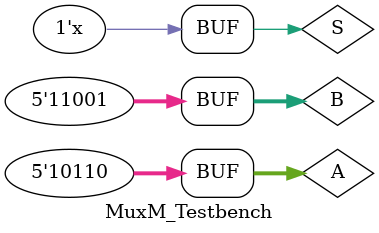
<source format=v>
`timescale 1ns / 1ps


module MuxM_Testbench;

	// Inputs
	reg [4:0] A;
	reg [4:0] B;
	reg S;

	// Outputs
	wire [4:0] Y;

	// Instantiate the Unit Under Test (UUT)
	MuxM uut (
		.A(A), 
		.B(B), 
		.S(S), 
		.Y(Y)
	);

	initial begin
		// Initialize Inputs
		A = 0;
		B = 0;
		S = 0;

		// Wait 100 ns for global reset to finish
		#100;
		A = 5'b10110;
		B = 5'b11001;
		// Add stimulus here

	end
	always
		begin
			S = ~S;
			#100;
		end
endmodule


</source>
